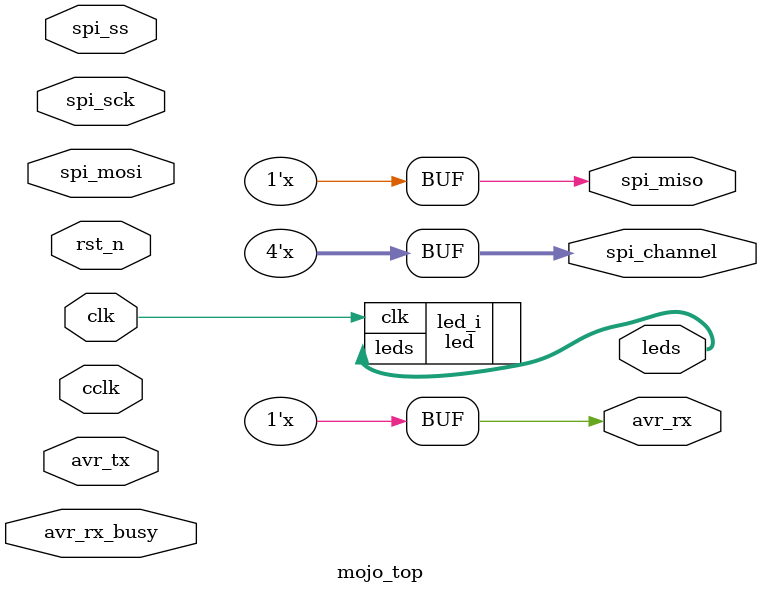
<source format=v>
module mojo_top(
    // 50MHz clock input
    input clk,
    // Input from reset button (active low)
    input rst_n,
    // cclk input from AVR, high when AVR is ready
    input cclk,
    // Outputs to the 8 onboard LEDs
    output[7:0]leds,
    // AVR SPI connections
    output spi_miso,
    input spi_ss,
    input spi_mosi,
    input spi_sck,
    // AVR ADC channel select
    output [3:0] spi_channel,
    // Serial connections
    input avr_tx, // AVR Tx => FPGA Rx
    output avr_rx, // AVR Rx => FPGA Tx
    input avr_rx_busy // AVR Rx buffer full
    );

wire rst = ~rst_n; // make reset active high

// these signals should be high-z when not used
assign spi_miso = 1'bz;
assign avr_rx = 1'bz;
assign spi_channel = 4'bzzzz;

led led_i (
	.clk(clk),
	.leds(leds)
	);

endmodule
</source>
